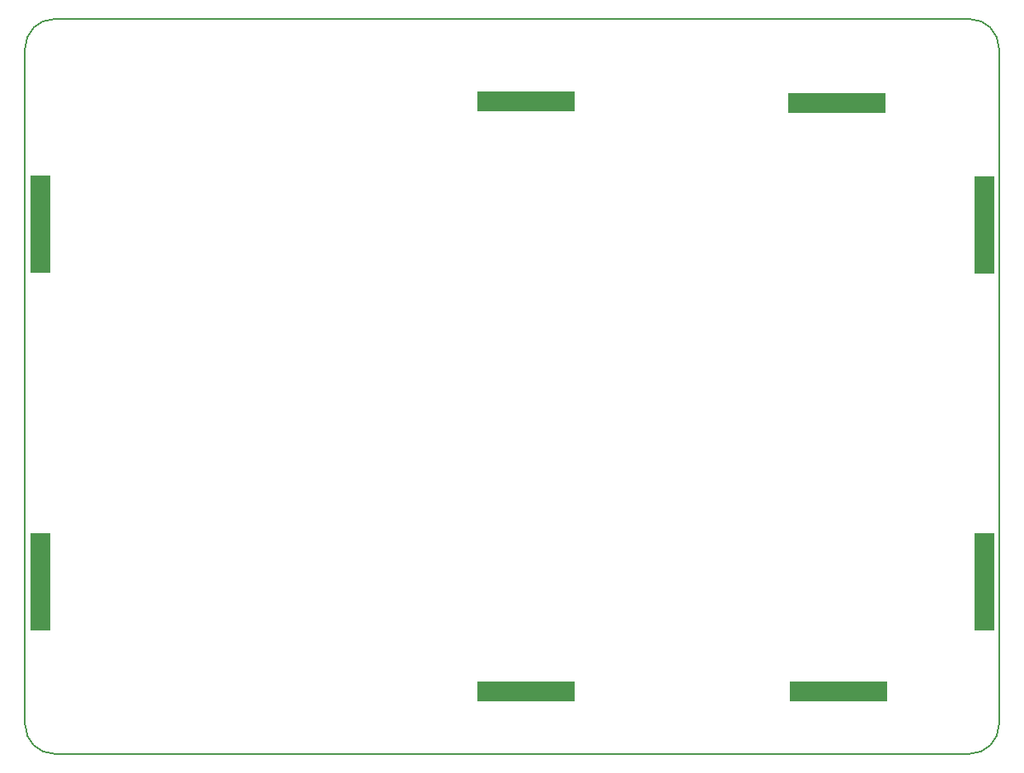
<source format=gbr>
%TF.GenerationSoftware,KiCad,Pcbnew,5.0.1*%
%TF.CreationDate,2019-01-19T14:59:35-06:00*%
%TF.ProjectId,NFCJig,4E46434A69672E6B696361645F706362,rev?*%
%TF.SameCoordinates,Original*%
%TF.FileFunction,Paste,Top*%
%TF.FilePolarity,Positive*%
%FSLAX46Y46*%
G04 Gerber Fmt 4.6, Leading zero omitted, Abs format (unit mm)*
G04 Created by KiCad (PCBNEW 5.0.1) date Sat 19 Jan 2019 02:59:35 PM CST*
%MOMM*%
%LPD*%
G01*
G04 APERTURE LIST*
%ADD10C,0.150000*%
%ADD11R,10.000000X2.100000*%
%ADD12R,2.100000X10.000000*%
G04 APERTURE END LIST*
D10*
X207000000Y-131500000D02*
X207000000Y-131000000D01*
X107000000Y-131500000D02*
X107000000Y-131000000D01*
X107000000Y-62000000D02*
X107000000Y-67000000D01*
X207000000Y-62000000D02*
X207000000Y-67000000D01*
X204000000Y-134500000D02*
X110000000Y-134500000D01*
X110000000Y-59000000D02*
X204000000Y-59000000D01*
X107000000Y-131000000D02*
X107000000Y-67000000D01*
X207000000Y-67000000D02*
X207000000Y-131000000D01*
X207000000Y-131500000D02*
G75*
G02X204000000Y-134500000I-3000000J0D01*
G01*
X110000000Y-134500000D02*
G75*
G02X107000000Y-131500000I0J3000000D01*
G01*
X107000000Y-62000000D02*
G75*
G02X110000000Y-59000000I3000000J0D01*
G01*
X204000000Y-59000000D02*
G75*
G02X207000000Y-62000000I0J-3000000D01*
G01*
D11*
X158450000Y-67500000D03*
X190500000Y-128050000D03*
X158450000Y-128050000D03*
D12*
X108550000Y-80100000D03*
D11*
X190350000Y-67650000D03*
D12*
X205500000Y-80150000D03*
X205500000Y-116800000D03*
X108550000Y-116800000D03*
M02*

</source>
